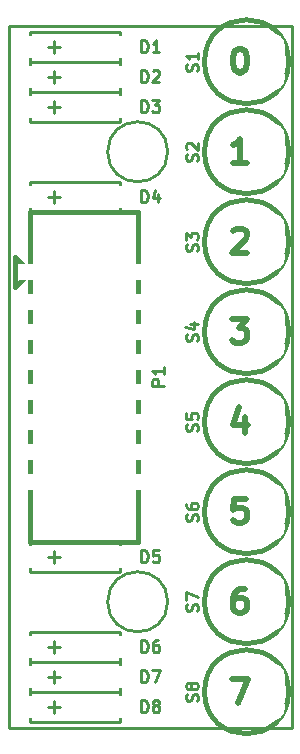
<source format=gto>
G04 #@! TF.FileFunction,Legend,Top*
%FSLAX46Y46*%
G04 Gerber Fmt 4.6, Leading zero omitted, Abs format (unit mm)*
G04 Created by KiCad (PCBNEW 0.201504221001+5618~22~ubuntu14.04.1-product) date Thu 30 Apr 2015 05:03:49 PM EDT*
%MOMM*%
G01*
G04 APERTURE LIST*
%ADD10C,0.100000*%
%ADD11C,0.228600*%
%ADD12C,0.508000*%
%ADD13C,0.381000*%
%ADD14C,0.254000*%
%ADD15R,4.895800X1.416000*%
%ADD16C,2.387600*%
%ADD17R,2.940000X1.924000*%
%ADD18C,3.092400*%
G04 APERTURE END LIST*
D10*
D11*
X25400000Y-84836000D02*
X49364900Y-84836000D01*
X49364900Y-25400000D02*
X49364900Y-84836000D01*
X25400000Y-25400000D02*
X25400000Y-84836000D01*
X25400000Y-25400000D02*
X49364900Y-25400000D01*
D12*
X44325117Y-80675238D02*
X45679783Y-80675238D01*
X44808926Y-82707238D01*
X44905688Y-27335238D02*
X45099212Y-27335238D01*
X45292736Y-27432000D01*
X45389498Y-27528762D01*
X45486260Y-27722286D01*
X45583021Y-28109333D01*
X45583021Y-28593143D01*
X45486260Y-28980190D01*
X45389498Y-29173714D01*
X45292736Y-29270476D01*
X45099212Y-29367238D01*
X44905688Y-29367238D01*
X44712164Y-29270476D01*
X44615402Y-29173714D01*
X44518641Y-28980190D01*
X44421879Y-28593143D01*
X44421879Y-28109333D01*
X44518641Y-27722286D01*
X44615402Y-27528762D01*
X44712164Y-27432000D01*
X44905688Y-27335238D01*
X45389498Y-73055238D02*
X45002450Y-73055238D01*
X44808926Y-73152000D01*
X44712164Y-73248762D01*
X44518641Y-73539048D01*
X44421879Y-73926095D01*
X44421879Y-74700190D01*
X44518641Y-74893714D01*
X44615402Y-74990476D01*
X44808926Y-75087238D01*
X45195974Y-75087238D01*
X45389498Y-74990476D01*
X45486260Y-74893714D01*
X45583021Y-74700190D01*
X45583021Y-74216381D01*
X45486260Y-74022857D01*
X45389498Y-73926095D01*
X45195974Y-73829333D01*
X44808926Y-73829333D01*
X44615402Y-73926095D01*
X44518641Y-74022857D01*
X44421879Y-74216381D01*
X45486260Y-65435238D02*
X44518641Y-65435238D01*
X44421879Y-66402857D01*
X44518641Y-66306095D01*
X44712164Y-66209333D01*
X45195974Y-66209333D01*
X45389498Y-66306095D01*
X45486260Y-66402857D01*
X45583021Y-66596381D01*
X45583021Y-67080190D01*
X45486260Y-67273714D01*
X45389498Y-67370476D01*
X45195974Y-67467238D01*
X44712164Y-67467238D01*
X44518641Y-67370476D01*
X44421879Y-67273714D01*
X45389498Y-58492571D02*
X45389498Y-59847238D01*
X44905688Y-57718476D02*
X44421879Y-59169905D01*
X45679783Y-59169905D01*
X44325117Y-50195238D02*
X45583021Y-50195238D01*
X44905688Y-50969333D01*
X45195974Y-50969333D01*
X45389498Y-51066095D01*
X45486260Y-51162857D01*
X45583021Y-51356381D01*
X45583021Y-51840190D01*
X45486260Y-52033714D01*
X45389498Y-52130476D01*
X45195974Y-52227238D01*
X44615402Y-52227238D01*
X44421879Y-52130476D01*
X44325117Y-52033714D01*
X44421879Y-42768762D02*
X44518641Y-42672000D01*
X44712164Y-42575238D01*
X45195974Y-42575238D01*
X45389498Y-42672000D01*
X45486260Y-42768762D01*
X45583021Y-42962286D01*
X45583021Y-43155810D01*
X45486260Y-43446095D01*
X44325117Y-44607238D01*
X45583021Y-44607238D01*
X45583021Y-36987238D02*
X44421879Y-36987238D01*
X45002450Y-36987238D02*
X45002450Y-34955238D01*
X44808926Y-35245524D01*
X44615402Y-35439048D01*
X44421879Y-35535810D01*
D13*
X27178000Y-41148000D02*
X27178000Y-69088000D01*
X27178000Y-69088000D02*
X36322000Y-69088000D01*
X36322000Y-69088000D02*
X36322000Y-41148000D01*
X27178000Y-41148000D02*
X36322000Y-41148000D01*
X27178000Y-46228000D02*
X25908000Y-44958000D01*
X25908000Y-44958000D02*
X25908000Y-47498000D01*
X25908000Y-47498000D02*
X27178000Y-46228000D01*
X49110900Y-81788000D02*
G75*
G03X49110900Y-81788000I-3556000J0D01*
G01*
X49110900Y-74168000D02*
G75*
G03X49110900Y-74168000I-3556000J0D01*
G01*
X49110900Y-66548000D02*
G75*
G03X49110900Y-66548000I-3556000J0D01*
G01*
X49110900Y-58928000D02*
G75*
G03X49110900Y-58928000I-3556000J0D01*
G01*
X49110900Y-51308000D02*
G75*
G03X49110900Y-51308000I-3556000J0D01*
G01*
X49110900Y-43688000D02*
G75*
G03X49110900Y-43688000I-3556000J0D01*
G01*
X49110900Y-36068000D02*
G75*
G03X49110900Y-36068000I-3556000J0D01*
G01*
X49110900Y-28448000D02*
G75*
G03X49110900Y-28448000I-3556000J0D01*
G01*
D11*
X29254500Y-27686000D02*
X29254500Y-26670000D01*
X29762500Y-27178000D02*
X28746500Y-27178000D01*
X27222500Y-28448000D02*
X27222500Y-25908000D01*
X27222500Y-25908000D02*
X34842500Y-25908000D01*
X34842500Y-25908000D02*
X34842500Y-28448000D01*
X34842500Y-28448000D02*
X27222500Y-28448000D01*
X29254500Y-30226000D02*
X29254500Y-29210000D01*
X29762500Y-29718000D02*
X28746500Y-29718000D01*
X27222500Y-30988000D02*
X27222500Y-28448000D01*
X27222500Y-28448000D02*
X34842500Y-28448000D01*
X34842500Y-28448000D02*
X34842500Y-30988000D01*
X34842500Y-30988000D02*
X27222500Y-30988000D01*
X29254500Y-32766000D02*
X29254500Y-31750000D01*
X29762500Y-32258000D02*
X28746500Y-32258000D01*
X27222500Y-33528000D02*
X27222500Y-30988000D01*
X27222500Y-30988000D02*
X34842500Y-30988000D01*
X34842500Y-30988000D02*
X34842500Y-33528000D01*
X34842500Y-33528000D02*
X27222500Y-33528000D01*
X29254500Y-40386000D02*
X29254500Y-39370000D01*
X29762500Y-39878000D02*
X28746500Y-39878000D01*
X27222500Y-41148000D02*
X27222500Y-38608000D01*
X27222500Y-38608000D02*
X34842500Y-38608000D01*
X34842500Y-38608000D02*
X34842500Y-41148000D01*
X34842500Y-41148000D02*
X27222500Y-41148000D01*
X29254500Y-70866000D02*
X29254500Y-69850000D01*
X29762500Y-70358000D02*
X28746500Y-70358000D01*
X27222500Y-71628000D02*
X27222500Y-69088000D01*
X27222500Y-69088000D02*
X34842500Y-69088000D01*
X34842500Y-69088000D02*
X34842500Y-71628000D01*
X34842500Y-71628000D02*
X27222500Y-71628000D01*
X29254500Y-78486000D02*
X29254500Y-77470000D01*
X29762500Y-77978000D02*
X28746500Y-77978000D01*
X27222500Y-79248000D02*
X27222500Y-76708000D01*
X27222500Y-76708000D02*
X34842500Y-76708000D01*
X34842500Y-76708000D02*
X34842500Y-79248000D01*
X34842500Y-79248000D02*
X27222500Y-79248000D01*
X29254500Y-81026000D02*
X29254500Y-80010000D01*
X29762500Y-80518000D02*
X28746500Y-80518000D01*
X27222500Y-81788000D02*
X27222500Y-79248000D01*
X27222500Y-79248000D02*
X34842500Y-79248000D01*
X34842500Y-79248000D02*
X34842500Y-81788000D01*
X34842500Y-81788000D02*
X27222500Y-81788000D01*
X29254500Y-83566000D02*
X29254500Y-82550000D01*
X29762500Y-83058000D02*
X28746500Y-83058000D01*
X27222500Y-84328000D02*
X27222500Y-81788000D01*
X27222500Y-81788000D02*
X34842500Y-81788000D01*
X34842500Y-81788000D02*
X34842500Y-84328000D01*
X34842500Y-84328000D02*
X27222500Y-84328000D01*
X38874700Y-74168000D02*
G75*
G03X38874700Y-74168000I-2540000J0D01*
G01*
X38874700Y-36068000D02*
G75*
G03X38874700Y-36068000I-2540000J0D01*
G01*
D14*
X38559619Y-55867904D02*
X37543619Y-55867904D01*
X37543619Y-55480857D01*
X37592000Y-55384095D01*
X37640381Y-55335714D01*
X37737143Y-55287333D01*
X37882286Y-55287333D01*
X37979048Y-55335714D01*
X38027429Y-55384095D01*
X38075810Y-55480857D01*
X38075810Y-55867904D01*
X38559619Y-54319714D02*
X38559619Y-54900285D01*
X38559619Y-54609999D02*
X37543619Y-54609999D01*
X37688762Y-54706761D01*
X37785524Y-54803523D01*
X37833905Y-54900285D01*
X41394138Y-82562095D02*
X41442519Y-82416952D01*
X41442519Y-82175048D01*
X41394138Y-82078286D01*
X41345757Y-82029905D01*
X41248995Y-81981524D01*
X41152233Y-81981524D01*
X41055471Y-82029905D01*
X41007090Y-82078286D01*
X40958710Y-82175048D01*
X40910329Y-82368571D01*
X40861948Y-82465333D01*
X40813567Y-82513714D01*
X40716805Y-82562095D01*
X40620043Y-82562095D01*
X40523281Y-82513714D01*
X40474900Y-82465333D01*
X40426519Y-82368571D01*
X40426519Y-82126667D01*
X40474900Y-81981524D01*
X40861948Y-81400952D02*
X40813567Y-81497714D01*
X40765186Y-81546095D01*
X40668424Y-81594476D01*
X40620043Y-81594476D01*
X40523281Y-81546095D01*
X40474900Y-81497714D01*
X40426519Y-81400952D01*
X40426519Y-81207429D01*
X40474900Y-81110667D01*
X40523281Y-81062286D01*
X40620043Y-81013905D01*
X40668424Y-81013905D01*
X40765186Y-81062286D01*
X40813567Y-81110667D01*
X40861948Y-81207429D01*
X40861948Y-81400952D01*
X40910329Y-81497714D01*
X40958710Y-81546095D01*
X41055471Y-81594476D01*
X41248995Y-81594476D01*
X41345757Y-81546095D01*
X41394138Y-81497714D01*
X41442519Y-81400952D01*
X41442519Y-81207429D01*
X41394138Y-81110667D01*
X41345757Y-81062286D01*
X41248995Y-81013905D01*
X41055471Y-81013905D01*
X40958710Y-81062286D01*
X40910329Y-81110667D01*
X40861948Y-81207429D01*
X41394138Y-74942095D02*
X41442519Y-74796952D01*
X41442519Y-74555048D01*
X41394138Y-74458286D01*
X41345757Y-74409905D01*
X41248995Y-74361524D01*
X41152233Y-74361524D01*
X41055471Y-74409905D01*
X41007090Y-74458286D01*
X40958710Y-74555048D01*
X40910329Y-74748571D01*
X40861948Y-74845333D01*
X40813567Y-74893714D01*
X40716805Y-74942095D01*
X40620043Y-74942095D01*
X40523281Y-74893714D01*
X40474900Y-74845333D01*
X40426519Y-74748571D01*
X40426519Y-74506667D01*
X40474900Y-74361524D01*
X40426519Y-74022857D02*
X40426519Y-73345524D01*
X41442519Y-73780952D01*
X41394138Y-67322095D02*
X41442519Y-67176952D01*
X41442519Y-66935048D01*
X41394138Y-66838286D01*
X41345757Y-66789905D01*
X41248995Y-66741524D01*
X41152233Y-66741524D01*
X41055471Y-66789905D01*
X41007090Y-66838286D01*
X40958710Y-66935048D01*
X40910329Y-67128571D01*
X40861948Y-67225333D01*
X40813567Y-67273714D01*
X40716805Y-67322095D01*
X40620043Y-67322095D01*
X40523281Y-67273714D01*
X40474900Y-67225333D01*
X40426519Y-67128571D01*
X40426519Y-66886667D01*
X40474900Y-66741524D01*
X40426519Y-65870667D02*
X40426519Y-66064190D01*
X40474900Y-66160952D01*
X40523281Y-66209333D01*
X40668424Y-66306095D01*
X40861948Y-66354476D01*
X41248995Y-66354476D01*
X41345757Y-66306095D01*
X41394138Y-66257714D01*
X41442519Y-66160952D01*
X41442519Y-65967429D01*
X41394138Y-65870667D01*
X41345757Y-65822286D01*
X41248995Y-65773905D01*
X41007090Y-65773905D01*
X40910329Y-65822286D01*
X40861948Y-65870667D01*
X40813567Y-65967429D01*
X40813567Y-66160952D01*
X40861948Y-66257714D01*
X40910329Y-66306095D01*
X41007090Y-66354476D01*
X41394138Y-59702095D02*
X41442519Y-59556952D01*
X41442519Y-59315048D01*
X41394138Y-59218286D01*
X41345757Y-59169905D01*
X41248995Y-59121524D01*
X41152233Y-59121524D01*
X41055471Y-59169905D01*
X41007090Y-59218286D01*
X40958710Y-59315048D01*
X40910329Y-59508571D01*
X40861948Y-59605333D01*
X40813567Y-59653714D01*
X40716805Y-59702095D01*
X40620043Y-59702095D01*
X40523281Y-59653714D01*
X40474900Y-59605333D01*
X40426519Y-59508571D01*
X40426519Y-59266667D01*
X40474900Y-59121524D01*
X40426519Y-58202286D02*
X40426519Y-58686095D01*
X40910329Y-58734476D01*
X40861948Y-58686095D01*
X40813567Y-58589333D01*
X40813567Y-58347429D01*
X40861948Y-58250667D01*
X40910329Y-58202286D01*
X41007090Y-58153905D01*
X41248995Y-58153905D01*
X41345757Y-58202286D01*
X41394138Y-58250667D01*
X41442519Y-58347429D01*
X41442519Y-58589333D01*
X41394138Y-58686095D01*
X41345757Y-58734476D01*
X41394138Y-52082095D02*
X41442519Y-51936952D01*
X41442519Y-51695048D01*
X41394138Y-51598286D01*
X41345757Y-51549905D01*
X41248995Y-51501524D01*
X41152233Y-51501524D01*
X41055471Y-51549905D01*
X41007090Y-51598286D01*
X40958710Y-51695048D01*
X40910329Y-51888571D01*
X40861948Y-51985333D01*
X40813567Y-52033714D01*
X40716805Y-52082095D01*
X40620043Y-52082095D01*
X40523281Y-52033714D01*
X40474900Y-51985333D01*
X40426519Y-51888571D01*
X40426519Y-51646667D01*
X40474900Y-51501524D01*
X40765186Y-50630667D02*
X41442519Y-50630667D01*
X40378138Y-50872571D02*
X41103852Y-51114476D01*
X41103852Y-50485524D01*
X41394138Y-44462095D02*
X41442519Y-44316952D01*
X41442519Y-44075048D01*
X41394138Y-43978286D01*
X41345757Y-43929905D01*
X41248995Y-43881524D01*
X41152233Y-43881524D01*
X41055471Y-43929905D01*
X41007090Y-43978286D01*
X40958710Y-44075048D01*
X40910329Y-44268571D01*
X40861948Y-44365333D01*
X40813567Y-44413714D01*
X40716805Y-44462095D01*
X40620043Y-44462095D01*
X40523281Y-44413714D01*
X40474900Y-44365333D01*
X40426519Y-44268571D01*
X40426519Y-44026667D01*
X40474900Y-43881524D01*
X40426519Y-43542857D02*
X40426519Y-42913905D01*
X40813567Y-43252571D01*
X40813567Y-43107429D01*
X40861948Y-43010667D01*
X40910329Y-42962286D01*
X41007090Y-42913905D01*
X41248995Y-42913905D01*
X41345757Y-42962286D01*
X41394138Y-43010667D01*
X41442519Y-43107429D01*
X41442519Y-43397714D01*
X41394138Y-43494476D01*
X41345757Y-43542857D01*
X41394138Y-36842095D02*
X41442519Y-36696952D01*
X41442519Y-36455048D01*
X41394138Y-36358286D01*
X41345757Y-36309905D01*
X41248995Y-36261524D01*
X41152233Y-36261524D01*
X41055471Y-36309905D01*
X41007090Y-36358286D01*
X40958710Y-36455048D01*
X40910329Y-36648571D01*
X40861948Y-36745333D01*
X40813567Y-36793714D01*
X40716805Y-36842095D01*
X40620043Y-36842095D01*
X40523281Y-36793714D01*
X40474900Y-36745333D01*
X40426519Y-36648571D01*
X40426519Y-36406667D01*
X40474900Y-36261524D01*
X40523281Y-35874476D02*
X40474900Y-35826095D01*
X40426519Y-35729333D01*
X40426519Y-35487429D01*
X40474900Y-35390667D01*
X40523281Y-35342286D01*
X40620043Y-35293905D01*
X40716805Y-35293905D01*
X40861948Y-35342286D01*
X41442519Y-35922857D01*
X41442519Y-35293905D01*
X41394138Y-29222095D02*
X41442519Y-29076952D01*
X41442519Y-28835048D01*
X41394138Y-28738286D01*
X41345757Y-28689905D01*
X41248995Y-28641524D01*
X41152233Y-28641524D01*
X41055471Y-28689905D01*
X41007090Y-28738286D01*
X40958710Y-28835048D01*
X40910329Y-29028571D01*
X40861948Y-29125333D01*
X40813567Y-29173714D01*
X40716805Y-29222095D01*
X40620043Y-29222095D01*
X40523281Y-29173714D01*
X40474900Y-29125333D01*
X40426519Y-29028571D01*
X40426519Y-28786667D01*
X40474900Y-28641524D01*
X41442519Y-27673905D02*
X41442519Y-28254476D01*
X41442519Y-27964190D02*
X40426519Y-27964190D01*
X40571662Y-28060952D01*
X40668424Y-28157714D01*
X40716805Y-28254476D01*
X36632596Y-27637619D02*
X36632596Y-26621619D01*
X36874501Y-26621619D01*
X37019643Y-26670000D01*
X37116405Y-26766762D01*
X37164786Y-26863524D01*
X37213167Y-27057048D01*
X37213167Y-27202190D01*
X37164786Y-27395714D01*
X37116405Y-27492476D01*
X37019643Y-27589238D01*
X36874501Y-27637619D01*
X36632596Y-27637619D01*
X38180786Y-27637619D02*
X37600215Y-27637619D01*
X37890501Y-27637619D02*
X37890501Y-26621619D01*
X37793739Y-26766762D01*
X37696977Y-26863524D01*
X37600215Y-26911905D01*
X36632596Y-30177619D02*
X36632596Y-29161619D01*
X36874501Y-29161619D01*
X37019643Y-29210000D01*
X37116405Y-29306762D01*
X37164786Y-29403524D01*
X37213167Y-29597048D01*
X37213167Y-29742190D01*
X37164786Y-29935714D01*
X37116405Y-30032476D01*
X37019643Y-30129238D01*
X36874501Y-30177619D01*
X36632596Y-30177619D01*
X37600215Y-29258381D02*
X37648596Y-29210000D01*
X37745358Y-29161619D01*
X37987262Y-29161619D01*
X38084024Y-29210000D01*
X38132405Y-29258381D01*
X38180786Y-29355143D01*
X38180786Y-29451905D01*
X38132405Y-29597048D01*
X37551834Y-30177619D01*
X38180786Y-30177619D01*
X36632596Y-32717619D02*
X36632596Y-31701619D01*
X36874501Y-31701619D01*
X37019643Y-31750000D01*
X37116405Y-31846762D01*
X37164786Y-31943524D01*
X37213167Y-32137048D01*
X37213167Y-32282190D01*
X37164786Y-32475714D01*
X37116405Y-32572476D01*
X37019643Y-32669238D01*
X36874501Y-32717619D01*
X36632596Y-32717619D01*
X37551834Y-31701619D02*
X38180786Y-31701619D01*
X37842120Y-32088667D01*
X37987262Y-32088667D01*
X38084024Y-32137048D01*
X38132405Y-32185429D01*
X38180786Y-32282190D01*
X38180786Y-32524095D01*
X38132405Y-32620857D01*
X38084024Y-32669238D01*
X37987262Y-32717619D01*
X37696977Y-32717619D01*
X37600215Y-32669238D01*
X37551834Y-32620857D01*
X36632596Y-40337619D02*
X36632596Y-39321619D01*
X36874501Y-39321619D01*
X37019643Y-39370000D01*
X37116405Y-39466762D01*
X37164786Y-39563524D01*
X37213167Y-39757048D01*
X37213167Y-39902190D01*
X37164786Y-40095714D01*
X37116405Y-40192476D01*
X37019643Y-40289238D01*
X36874501Y-40337619D01*
X36632596Y-40337619D01*
X38084024Y-39660286D02*
X38084024Y-40337619D01*
X37842120Y-39273238D02*
X37600215Y-39998952D01*
X38229167Y-39998952D01*
X36632596Y-70817619D02*
X36632596Y-69801619D01*
X36874501Y-69801619D01*
X37019643Y-69850000D01*
X37116405Y-69946762D01*
X37164786Y-70043524D01*
X37213167Y-70237048D01*
X37213167Y-70382190D01*
X37164786Y-70575714D01*
X37116405Y-70672476D01*
X37019643Y-70769238D01*
X36874501Y-70817619D01*
X36632596Y-70817619D01*
X38132405Y-69801619D02*
X37648596Y-69801619D01*
X37600215Y-70285429D01*
X37648596Y-70237048D01*
X37745358Y-70188667D01*
X37987262Y-70188667D01*
X38084024Y-70237048D01*
X38132405Y-70285429D01*
X38180786Y-70382190D01*
X38180786Y-70624095D01*
X38132405Y-70720857D01*
X38084024Y-70769238D01*
X37987262Y-70817619D01*
X37745358Y-70817619D01*
X37648596Y-70769238D01*
X37600215Y-70720857D01*
X36632596Y-78437619D02*
X36632596Y-77421619D01*
X36874501Y-77421619D01*
X37019643Y-77470000D01*
X37116405Y-77566762D01*
X37164786Y-77663524D01*
X37213167Y-77857048D01*
X37213167Y-78002190D01*
X37164786Y-78195714D01*
X37116405Y-78292476D01*
X37019643Y-78389238D01*
X36874501Y-78437619D01*
X36632596Y-78437619D01*
X38084024Y-77421619D02*
X37890501Y-77421619D01*
X37793739Y-77470000D01*
X37745358Y-77518381D01*
X37648596Y-77663524D01*
X37600215Y-77857048D01*
X37600215Y-78244095D01*
X37648596Y-78340857D01*
X37696977Y-78389238D01*
X37793739Y-78437619D01*
X37987262Y-78437619D01*
X38084024Y-78389238D01*
X38132405Y-78340857D01*
X38180786Y-78244095D01*
X38180786Y-78002190D01*
X38132405Y-77905429D01*
X38084024Y-77857048D01*
X37987262Y-77808667D01*
X37793739Y-77808667D01*
X37696977Y-77857048D01*
X37648596Y-77905429D01*
X37600215Y-78002190D01*
X36632596Y-80977619D02*
X36632596Y-79961619D01*
X36874501Y-79961619D01*
X37019643Y-80010000D01*
X37116405Y-80106762D01*
X37164786Y-80203524D01*
X37213167Y-80397048D01*
X37213167Y-80542190D01*
X37164786Y-80735714D01*
X37116405Y-80832476D01*
X37019643Y-80929238D01*
X36874501Y-80977619D01*
X36632596Y-80977619D01*
X37551834Y-79961619D02*
X38229167Y-79961619D01*
X37793739Y-80977619D01*
X36632596Y-83517619D02*
X36632596Y-82501619D01*
X36874501Y-82501619D01*
X37019643Y-82550000D01*
X37116405Y-82646762D01*
X37164786Y-82743524D01*
X37213167Y-82937048D01*
X37213167Y-83082190D01*
X37164786Y-83275714D01*
X37116405Y-83372476D01*
X37019643Y-83469238D01*
X36874501Y-83517619D01*
X36632596Y-83517619D01*
X37793739Y-82937048D02*
X37696977Y-82888667D01*
X37648596Y-82840286D01*
X37600215Y-82743524D01*
X37600215Y-82695143D01*
X37648596Y-82598381D01*
X37696977Y-82550000D01*
X37793739Y-82501619D01*
X37987262Y-82501619D01*
X38084024Y-82550000D01*
X38132405Y-82598381D01*
X38180786Y-82695143D01*
X38180786Y-82743524D01*
X38132405Y-82840286D01*
X38084024Y-82888667D01*
X37987262Y-82937048D01*
X37793739Y-82937048D01*
X37696977Y-82985429D01*
X37648596Y-83033810D01*
X37600215Y-83130571D01*
X37600215Y-83324095D01*
X37648596Y-83420857D01*
X37696977Y-83469238D01*
X37793739Y-83517619D01*
X37987262Y-83517619D01*
X38084024Y-83469238D01*
X38132405Y-83420857D01*
X38180786Y-83324095D01*
X38180786Y-83130571D01*
X38132405Y-83033810D01*
X38084024Y-82985429D01*
X37987262Y-82937048D01*
%LPC*%
D15*
X28752800Y-46228000D03*
X34747200Y-46228000D03*
X28752800Y-48768000D03*
X34747200Y-48768000D03*
X28752800Y-51308000D03*
X34747200Y-51308000D03*
X28752800Y-53848000D03*
X34747200Y-53848000D03*
X28752800Y-56388000D03*
X34747200Y-56388000D03*
X28752800Y-58928000D03*
X34747200Y-58928000D03*
X28752800Y-61468000D03*
X34747200Y-61468000D03*
X28752800Y-64008000D03*
X34747200Y-64008000D03*
D16*
X47586900Y-80518000D03*
X47586900Y-83058000D03*
X47586900Y-72898000D03*
X47586900Y-75438000D03*
X47586900Y-65278000D03*
X47586900Y-67818000D03*
X47586900Y-57658000D03*
X47586900Y-60198000D03*
X47586900Y-50038000D03*
X47586900Y-52578000D03*
X47586900Y-42418000D03*
X47586900Y-44958000D03*
X47586900Y-34798000D03*
X47586900Y-37338000D03*
X47586900Y-27178000D03*
X47586900Y-29718000D03*
D17*
X27222500Y-27178000D03*
X34842500Y-27178000D03*
X27222500Y-29718000D03*
X34842500Y-29718000D03*
X27222500Y-32258000D03*
X34842500Y-32258000D03*
X27222500Y-39878000D03*
X34842500Y-39878000D03*
X27222500Y-70358000D03*
X34842500Y-70358000D03*
X27222500Y-77978000D03*
X34842500Y-77978000D03*
X27222500Y-80518000D03*
X34842500Y-80518000D03*
X27222500Y-83058000D03*
X34842500Y-83058000D03*
D18*
X36334700Y-74168000D03*
X36334700Y-36068000D03*
M02*

</source>
